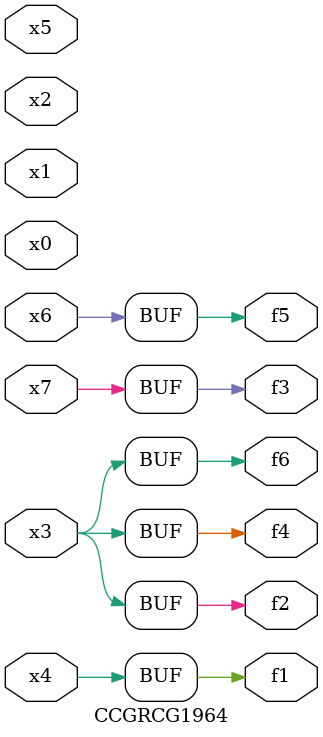
<source format=v>
module CCGRCG1964(
	input x0, x1, x2, x3, x4, x5, x6, x7,
	output f1, f2, f3, f4, f5, f6
);
	assign f1 = x4;
	assign f2 = x3;
	assign f3 = x7;
	assign f4 = x3;
	assign f5 = x6;
	assign f6 = x3;
endmodule

</source>
